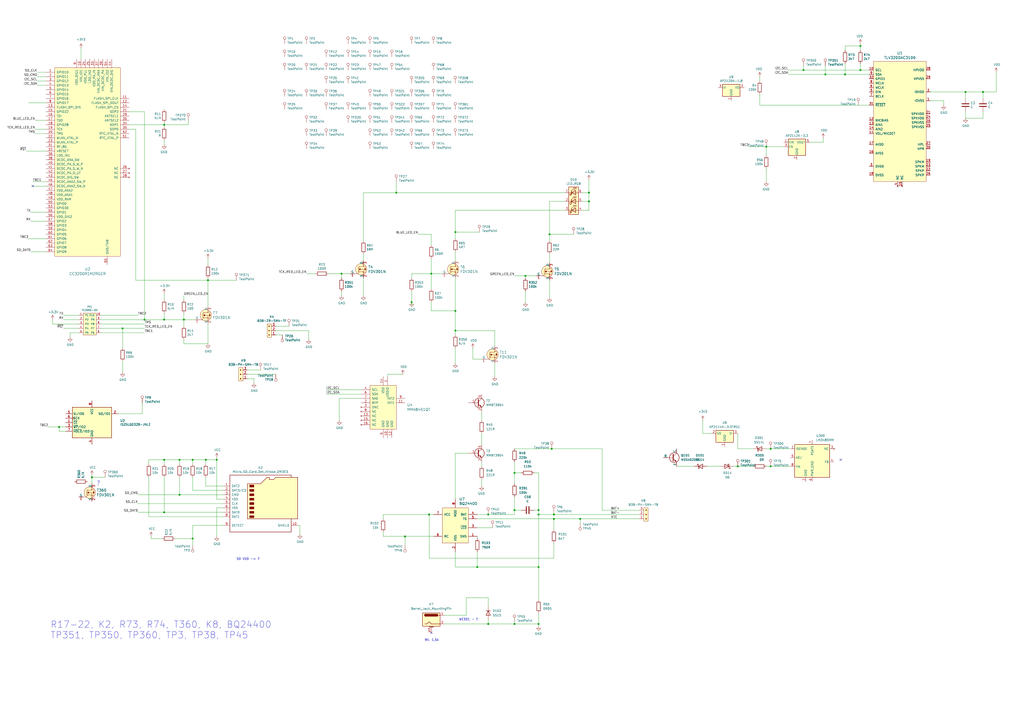
<source format=kicad_sch>
(kicad_sch (version 20231120) (generator "eeschema") (generator_version "8.0")
  (paper "A2")
  (junction (at 250.19 158.75))
  (junction (at 427.99 270.51))
  (junction (at 341.63 111.76))
  (junction (at 264.16 180.34))
  (junction (at 264.16 134.62))
  (junction (at 318.77 135.89))
  (junction (at 238.76 175.26))
  (junction (at 490.22 43.18))
  (junction (at 106.68 185.42))
  (junction (at 447.04 260.35))
  (junction (at 111.76 312.42))
  (junction (at 304.8 160.02))
  (junction (at 234.95 311.15))
  (junction (at 95.25 266.7))
  (junction (at 499.11 40.64))
  (junction (at 298.45 361.95))
  (junction (at 34.29 247.65))
  (junction (at 95.25 297.18))
  (junction (at 499.11 26.67))
  (junction (at 248.92 298.45))
  (junction (at 264.16 191.77))
  (junction (at 229.87 111.76))
  (junction (at 125.73 266.7))
  (junction (at 466.09 40.64))
  (junction (at 104.14 266.7))
  (junction (at 95.25 185.42))
  (junction (at 298.45 274.32))
  (junction (at 320.04 260.35))
  (junction (at 111.76 266.7))
  (junction (at 198.12 158.75))
  (junction (at 120.65 162.56))
  (junction (at 312.42 298.45))
  (junction (at 341.63 116.84))
  (junction (at 312.42 361.95))
  (junction (at 321.31 300.99))
  (junction (at 95.25 72.39))
  (junction (at 478.79 43.18))
  (junction (at 83.82 185.42))
  (junction (at 276.86 328.93))
  (junction (at 283.21 361.95))
  (junction (at 119.38 266.7))
  (junction (at 444.5 85.09))
  (junction (at 321.31 298.45))
  (junction (at 104.14 287.02))
  (junction (at 570.23 53.34))
  (junction (at 283.21 298.45))
  (junction (at 312.42 328.93))
  (junction (at 336.55 300.99))
  (junction (at 298.45 295.91))
  (junction (at 312.42 295.91))
  (junction (at 53.34 276.86))
  (junction (at 71.12 190.5))
  (junction (at 447.04 270.51))
  (junction (at 560.07 53.34))
  (no_connect (at 487.68 266.7))
  (no_connect (at 250.19 367.03))
  (no_connect (at 19.05 107.95))
  (wire (pts (xy 119.38 276.86) (xy 119.38 281.94)))
  (wire (pts (xy 250.19 167.64) (xy 250.19 158.75)))
  (wire (pts (xy 58.42 190.5) (xy 71.12 190.5)))
  (wire (pts (xy 298.45 267.97) (xy 298.45 274.32)))
  (wire (pts (xy 270.51 356.87) (xy 270.51 346.71)))
  (wire (pts (xy 16.51 59.69) (xy 26.67 59.69)))
  (wire (pts (xy 279.4 208.28) (xy 274.32 208.28)))
  (wire (pts (xy 444.5 97.79) (xy 444.5 105.41)))
  (wire (pts (xy 279.4 278.13) (xy 279.4 281.94)))
  (wire (pts (xy 321.31 307.34) (xy 321.31 300.99)))
  (wire (pts (xy 412.75 251.46) (xy 407.67 251.46)))
  (wire (pts (xy 234.95 311.15) (xy 234.95 316.23)))
  (wire (pts (xy 264.16 262.89) (xy 264.16 289.56)))
  (wire (pts (xy 298.45 361.95) (xy 312.42 361.95)))
  (wire (pts (xy 173.99 304.8) (xy 173.99 309.88)))
  (wire (pts (xy 311.15 160.02) (xy 304.8 160.02)))
  (wire (pts (xy 82.55 240.03) (xy 82.55 233.68)))
  (wire (pts (xy 125.73 289.56) (xy 125.73 266.7)))
  (wire (pts (xy 210.82 139.7) (xy 210.82 111.76)))
  (wire (pts (xy 276.86 300.99) (xy 321.31 300.99)))
  (wire (pts (xy 276.86 328.93) (xy 312.42 328.93)))
  (wire (pts (xy 15.24 87.63) (xy 26.67 87.63)))
  (wire (pts (xy 58.42 182.88) (xy 80.01 182.88)))
  (wire (pts (xy 111.76 304.8) (xy 111.76 312.42)))
  (wire (pts (xy 264.16 151.13) (xy 264.16 146.05)))
  (wire (pts (xy 332.74 135.89) (xy 318.77 135.89)))
  (wire (pts (xy 278.13 134.62) (xy 264.16 134.62)))
  (wire (pts (xy 229.87 111.76) (xy 327.66 111.76)))
  (wire (pts (xy 283.21 359.41) (xy 283.21 361.95)))
  (wire (pts (xy 26.67 74.93) (xy 20.32 74.93)))
  (wire (pts (xy 539.75 53.34) (xy 560.07 53.34)))
  (wire (pts (xy 447.04 260.35) (xy 458.47 260.35)))
  (wire (pts (xy 209.55 228.6) (xy 189.23 228.6)))
  (wire (pts (xy 196.85 231.14) (xy 196.85 243.84)))
  (wire (pts (xy 309.88 295.91) (xy 312.42 295.91)))
  (wire (pts (xy 279.4 238.76) (xy 279.4 243.84)))
  (wire (pts (xy 276.86 320.04) (xy 276.86 328.93)))
  (wire (pts (xy 120.65 153.67) (xy 120.65 149.86)))
  (wire (pts (xy 466.09 38.1) (xy 466.09 40.64)))
  (wire (pts (xy 160.02 194.31) (xy 163.83 194.31)))
  (wire (pts (xy 410.21 270.51) (xy 417.83 270.51)))
  (wire (pts (xy 147.32 222.25) (xy 147.32 219.71)))
  (wire (pts (xy 427.99 270.51) (xy 436.88 270.51)))
  (wire (pts (xy 104.14 287.02) (xy 129.54 287.02)))
  (wire (pts (xy 179.07 191.77) (xy 179.07 196.85)))
  (wire (pts (xy 111.76 266.7) (xy 111.76 269.24)))
  (wire (pts (xy 318.77 116.84) (xy 318.77 135.89)))
  (wire (pts (xy 58.42 193.04) (xy 83.82 193.04)))
  (wire (pts (xy 58.42 187.96) (xy 83.82 187.96)))
  (wire (pts (xy 341.63 104.14) (xy 341.63 111.76)))
  (wire (pts (xy 53.34 275.59) (xy 53.34 276.86)))
  (wire (pts (xy 312.42 328.93) (xy 312.42 347.98)))
  (wire (pts (xy 298.45 288.29) (xy 298.45 295.91)))
  (wire (pts (xy 95.25 72.39) (xy 95.25 73.66)))
  (wire (pts (xy 238.76 177.8) (xy 238.76 175.26)))
  (wire (pts (xy 349.25 260.35) (xy 320.04 260.35)))
  (wire (pts (xy 120.65 162.56) (xy 120.65 177.8)))
  (wire (pts (xy 312.42 361.95) (xy 312.42 363.22)))
  (wire (pts (xy 490.22 43.18) (xy 478.79 43.18)))
  (wire (pts (xy 125.73 266.7) (xy 125.73 265.43)))
  (wire (pts (xy 298.45 295.91) (xy 298.45 298.45)))
  (wire (pts (xy 248.92 323.85) (xy 321.31 323.85)))
  (wire (pts (xy 440.69 46.99) (xy 440.69 44.45)))
  (wire (pts (xy 111.76 316.23) (xy 111.76 312.42)))
  (wire (pts (xy 304.8 160.02) (xy 298.45 160.02)))
  (wire (pts (xy 444.5 260.35) (xy 447.04 260.35)))
  (wire (pts (xy 276.86 306.07) (xy 285.75 306.07)))
  (wire (pts (xy 425.45 270.51) (xy 427.99 270.51)))
  (wire (pts (xy 427.99 260.35) (xy 436.88 260.35)))
  (wire (pts (xy 26.67 77.47) (xy 20.32 77.47)))
  (wire (pts (xy 26.67 49.53) (xy 21.59 49.53)))
  (wire (pts (xy 209.55 226.06) (xy 189.23 226.06)))
  (wire (pts (xy 125.73 294.64) (xy 125.73 311.15)))
  (wire (pts (xy 34.29 247.65) (xy 27.94 247.65)))
  (wire (pts (xy 392.43 270.51) (xy 402.59 270.51)))
  (wire (pts (xy 547.37 58.42) (xy 539.75 58.42)))
  (wire (pts (xy 469.9 82.55) (xy 477.52 82.55)))
  (wire (pts (xy 78.74 74.93) (xy 78.74 162.56)))
  (wire (pts (xy 264.16 180.34) (xy 264.16 191.77)))
  (wire (pts (xy 106.68 196.85) (xy 106.68 199.39)))
  (wire (pts (xy 312.42 298.45) (xy 321.31 298.45)))
  (wire (pts (xy 257.81 356.87) (xy 270.51 356.87)))
  (wire (pts (xy 264.16 134.62) (xy 264.16 138.43)))
  (wire (pts (xy 198.12 168.91) (xy 198.12 171.45)))
  (wire (pts (xy 120.65 187.96) (xy 120.65 199.39)))
  (wire (pts (xy 570.23 68.58) (xy 570.23 64.77)))
  (wire (pts (xy 26.67 123.19) (xy 17.78 123.19)))
  (wire (pts (xy 222.25 300.99) (xy 222.25 298.45)))
  (wire (pts (xy 283.21 361.95) (xy 298.45 361.95)))
  (wire (pts (xy 279.4 251.46) (xy 279.4 257.81)))
  (wire (pts (xy 440.69 60.96) (xy 504.19 60.96)))
  (wire (pts (xy 95.25 266.7) (xy 86.36 266.7)))
  (wire (pts (xy 440.69 54.61) (xy 440.69 60.96)))
  (wire (pts (xy 444.5 85.09) (xy 434.34 85.09)))
  (wire (pts (xy 87.63 311.15) (xy 87.63 312.42)))
  (wire (pts (xy 106.68 185.42) (xy 106.68 181.61)))
  (wire (pts (xy 60.96 276.86) (xy 53.34 276.86)))
  (wire (pts (xy 256.54 158.75) (xy 250.19 158.75)))
  (wire (pts (xy 210.82 111.76) (xy 229.87 111.76)))
  (wire (pts (xy 83.82 64.77) (xy 74.93 64.77)))
  (wire (pts (xy 26.67 105.41) (xy 19.05 105.41)))
  (wire (pts (xy 302.26 274.32) (xy 298.45 274.32)))
  (wire (pts (xy 477.52 82.55) (xy 477.52 80.01)))
  (wire (pts (xy 318.77 135.89) (xy 318.77 139.7)))
  (wire (pts (xy 129.54 289.56) (xy 125.73 289.56)))
  (wire (pts (xy 104.14 287.02) (xy 80.01 287.02)))
  (wire (pts (xy 120.65 162.56) (xy 120.65 161.29)))
  (wire (pts (xy 257.81 361.95) (xy 283.21 361.95)))
  (wire (pts (xy 318.77 162.56) (xy 318.77 172.72)))
  (wire (pts (xy 198.12 161.29) (xy 198.12 158.75)))
  (wire (pts (xy 111.76 276.86) (xy 111.76 284.48)))
  (wire (pts (xy 283.21 346.71) (xy 283.21 351.79)))
  (wire (pts (xy 264.16 161.29) (xy 264.16 180.34)))
  (wire (pts (xy 222.25 311.15) (xy 222.25 308.61)))
  (wire (pts (xy 143.51 214.63) (xy 151.13 214.63)))
  (wire (pts (xy 198.12 158.75) (xy 190.5 158.75)))
  (wire (pts (xy 250.19 180.34) (xy 264.16 180.34)))
  (wire (pts (xy 444.5 270.51) (xy 447.04 270.51)))
  (wire (pts (xy 93.98 312.42) (xy 87.63 312.42)))
  (wire (pts (xy 95.25 181.61) (xy 95.25 185.42)))
  (wire (pts (xy 447.04 270.51) (xy 458.47 270.51)))
  (wire (pts (xy 129.54 284.48) (xy 111.76 284.48)))
  (wire (pts (xy 106.68 199.39) (xy 120.65 199.39)))
  (wire (pts (xy 270.51 346.71) (xy 283.21 346.71)))
  (wire (pts (xy 38.1 247.65) (xy 34.29 247.65)))
  (wire (pts (xy 499.11 40.64) (xy 466.09 40.64)))
  (wire (pts (xy 250.19 149.86) (xy 250.19 158.75)))
  (wire (pts (xy 304.8 175.26) (xy 304.8 168.91)))
  (wire (pts (xy 106.68 189.23) (xy 106.68 185.42)))
  (wire (pts (xy 95.25 185.42) (xy 106.68 185.42)))
  (wire (pts (xy 45.72 190.5) (xy 36.83 190.5)))
  (wire (pts (xy 106.68 173.99) (xy 106.68 171.45)))
  (wire (pts (xy 274.32 208.28) (xy 274.32 201.93)))
  (wire (pts (xy 224.79 217.17) (xy 224.79 218.44)))
  (wire (pts (xy 234.95 311.15) (xy 251.46 311.15)))
  (wire (pts (xy 129.54 294.64) (xy 125.73 294.64)))
  (wire (pts (xy 250.19 142.24) (xy 250.19 135.89)))
  (wire (pts (xy 560.07 53.34) (xy 560.07 57.15)))
  (wire (pts (xy 222.25 298.45) (xy 248.92 298.45)))
  (wire (pts (xy 341.63 111.76) (xy 341.63 116.84)))
  (wire (pts (xy 143.51 217.17) (xy 160.02 217.17)))
  (wire (pts (xy 478.79 38.1) (xy 478.79 43.18)))
  (wire (pts (xy 560.07 68.58) (xy 570.23 68.58)))
  (wire (pts (xy 298.45 360.68) (xy 298.45 361.95)))
  (wire (pts (xy 86.36 266.7) (xy 86.36 269.24)))
  (wire (pts (xy 318.77 116.84) (xy 327.66 116.84)))
  (wire (pts (xy 95.25 276.86) (xy 95.25 297.18)))
  (wire (pts (xy 58.42 185.42) (xy 83.82 185.42)))
  (wire (pts (xy 129.54 297.18) (xy 95.25 297.18)))
  (wire (pts (xy 233.68 217.17) (xy 224.79 217.17)))
  (wire (pts (xy 560.07 64.77) (xy 560.07 68.58)))
  (wire (pts (xy 276.86 298.45) (xy 283.21 298.45)))
  (wire (pts (xy 560.07 53.34) (xy 570.23 53.34)))
  (wire (pts (xy 83.82 64.77) (xy 83.82 185.42)))
  (wire (pts (xy 45.72 193.04) (xy 40.64 193.04)))
  (wire (pts (xy 298.45 298.45) (xy 283.21 298.45)))
  (wire (pts (xy 95.25 173.99) (xy 95.25 170.18)))
  (wire (pts (xy 106.68 185.42) (xy 113.03 185.42)))
  (wire (pts (xy 120.65 162.56) (xy 137.16 162.56)))
  (wire (pts (xy 129.54 281.94) (xy 119.38 281.94)))
  (wire (pts (xy 312.42 361.95) (xy 312.42 355.6)))
  (wire (pts (xy 238.76 168.91) (xy 238.76 175.26)))
  (wire (pts (xy 210.82 147.32) (xy 210.82 151.13)))
  (wire (pts (xy 45.72 182.88) (xy 36.83 182.88)))
  (wire (pts (xy 504.19 43.18) (xy 490.22 43.18)))
  (wire (pts (xy 26.67 128.27) (xy 17.78 128.27)))
  (wire (pts (xy 250.19 158.75) (xy 238.76 158.75)))
  (wire (pts (xy 46.99 27.94) (xy 46.99 34.29)))
  (wire (pts (xy 222.25 311.15) (xy 234.95 311.15)))
  (wire (pts (xy 504.19 40.64) (xy 499.11 40.64)))
  (wire (pts (xy 111.76 266.7) (xy 104.14 266.7)))
  (wire (pts (xy 71.12 215.9) (xy 71.12 209.55)))
  (wire (pts (xy 182.88 158.75) (xy 177.8 158.75)))
  (wire (pts (xy 336.55 300.99) (xy 336.55 303.53)))
  (wire (pts (xy 349.25 295.91) (xy 370.84 295.91)))
  (wire (pts (xy 160.02 189.23) (xy 167.64 189.23)))
  (wire (pts (xy 427.99 251.46) (xy 427.99 260.35)))
  (wire (pts (xy 198.12 158.75) (xy 203.2 158.75)))
  (wire (pts (xy 74.93 74.93) (xy 78.74 74.93)))
  (wire (pts (xy 119.38 266.7) (xy 111.76 266.7)))
  (wire (pts (xy 444.5 85.09) (xy 454.66 85.09)))
  (wire (pts (xy 86.36 276.86) (xy 86.36 299.72)))
  (wire (pts (xy 26.67 41.91) (xy 21.59 41.91)))
  (wire (pts (xy 466.09 40.64) (xy 457.2 40.64)))
  (wire (pts (xy 304.8 161.29) (xy 304.8 160.02)))
  (wire (pts (xy 271.78 262.89) (xy 264.16 262.89)))
  (wire (pts (xy 349.25 295.91) (xy 349.25 260.35)))
  (wire (pts (xy 129.54 292.1) (xy 80.01 292.1)))
  (wire (pts (xy 26.67 107.95) (xy 19.05 107.95)))
  (wire (pts (xy 279.4 267.97) (xy 279.4 270.51)))
  (wire (pts (xy 119.38 269.24) (xy 119.38 266.7)))
  (wire (pts (xy 312.42 274.32) (xy 309.88 274.32)))
  (wire (pts (xy 20.32 69.85) (xy 26.67 69.85)))
  (wire (pts (xy 95.25 297.18) (xy 80.01 297.18)))
  (wire (pts (xy 264.16 328.93) (xy 276.86 328.93)))
  (wire (pts (xy 547.37 60.96) (xy 547.37 58.42)))
  (wire (pts (xy 570.23 53.34) (xy 570.23 57.15)))
  (wire (pts (xy 287.02 210.82) (xy 287.02 218.44)))
  (wire (pts (xy 298.45 274.32) (xy 298.45 280.67)))
  (wire (pts (xy 109.22 72.39) (xy 109.22 69.85)))
  (wire (pts (xy 45.72 187.96) (xy 30.48 187.96)))
  (wire (pts (xy 337.82 116.84) (xy 341.63 116.84)))
  (wire (pts (xy 444.5 85.09) (xy 444.5 90.17)))
  (wire (pts (xy 264.16 191.77) (xy 264.16 194.31)))
  (wire (pts (xy 318.77 147.32) (xy 318.77 152.4)))
  (wire (pts (xy 172.72 304.8) (xy 173.99 304.8)))
  (wire (pts (xy 370.84 300.99) (xy 336.55 300.99)))
  (wire (pts (xy 298.45 260.35) (xy 320.04 260.35)))
  (wire (pts (xy 499.11 29.21) (xy 499.11 26.67)))
  (wire (pts (xy 238.76 158.75) (xy 238.76 161.29)))
  (wire (pts (xy 478.79 43.18) (xy 457.2 43.18)))
  (wire (pts (xy 242.57 135.89) (xy 250.19 135.89)))
  (wire (pts (xy 321.31 297.18) (xy 321.31 298.45)))
  (wire (pts (xy 264.16 201.93) (xy 264.16 210.82)))
  (wire (pts (xy 26.67 146.05) (xy 17.78 146.05)))
  (wire (pts (xy 341.63 116.84) (xy 341.63 121.92)))
  (wire (pts (xy 337.82 111.76) (xy 341.63 111.76)))
  (wire (pts (xy 143.51 219.71) (xy 147.32 219.71)))
  (wire (pts (xy 490.22 36.83) (xy 490.22 43.18)))
  (wire (pts (xy 570.23 53.34) (xy 577.85 53.34)))
  (wire (pts (xy 264.16 121.92) (xy 264.16 134.62)))
  (wire (pts (xy 210.82 161.29) (xy 210.82 171.45)))
  (wire (pts (xy 71.12 190.5) (xy 83.82 190.5)))
  (wire (pts (xy 104.14 266.7) (xy 104.14 269.24)))
  (wire (pts (xy 341.63 121.92) (xy 337.82 121.92)))
  (wire (pts (xy 95.25 266.7) (xy 95.25 269.24)))
  (wire (pts (xy 321.31 314.96) (xy 321.31 323.85)))
  (wire (pts (xy 34.29 250.19) (xy 34.29 247.65)))
  (wire (pts (xy 68.58 240.03) (xy 82.55 240.03)))
  (wire (pts (xy 499.11 26.67) (xy 499.11 25.4)))
  (wire (pts (xy 312.42 295.91) (xy 312.42 298.45)))
  (wire (pts (xy 577.85 53.34) (xy 577.85 41.91)))
  (wire (pts (xy 287.02 191.77) (xy 287.02 200.66)))
  (wire (pts (xy 95.25 71.12) (xy 95.25 72.39)))
  (wire (pts (xy 321.31 300.99) (xy 336.55 300.99)))
  (wire (pts (xy 490.22 29.21) (xy 490.22 26.67)))
  (wire (pts (xy 248.92 298.45) (xy 248.92 323.85)))
  (wire (pts (xy 312.42 298.45) (xy 312.42 328.93)))
  (wire (pts (xy 276.86 311.15) (xy 276.86 312.42)))
  (wire (pts (xy 26.67 138.43) (xy 16.51 138.43)))
  (wire (pts (xy 53.34 276.86) (xy 53.34 280.67)))
  (wire (pts (xy 109.22 72.39) (xy 95.25 72.39)))
  (wire (pts (xy 83.82 185.42) (xy 95.25 185.42)))
  (wire (pts (xy 251.46 298.45) (xy 248.92 298.45)))
  (wire (pts (xy 119.38 266.7) (xy 125.73 266.7)))
  (wire (pts (xy 490.22 26.67) (xy 499.11 26.67)))
  (wire (pts (xy 229.87 111.76) (xy 229.87 105.41)))
  (wire (pts (xy 250.19 175.26) (xy 250.19 180.34)))
  (wire (pts (xy 45.72 185.42) (xy 36.83 185.42)))
  (wire (pts (xy 78.74 162.56) (xy 120.65 162.56)))
  (wire (pts (xy 40.64 193.04) (xy 40.64 195.58)))
  (wire (pts (xy 499.11 36.83) (xy 499.11 40.64)))
  (wire (pts (xy 327.66 121.92) (xy 264.16 121.92)))
  (wire (pts (xy 264.16 328.93) (xy 264.16 320.04)))
  (wire (pts (xy 104.14 266.7) (xy 95.25 266.7)))
  (wire (pts (xy 298.45 295.91) (xy 302.26 295.91)))
  (wire (pts (xy 26.67 44.45) (xy 21.59 44.45)))
  (wire (pts (xy 74.93 72.39) (xy 95.25 72.39)))
  (wire (pts (xy 321.31 298.45) (xy 370.84 298.45)))
  (wire (pts (xy 407.67 251.46) (xy 407.67 243.84)))
  (wire (pts (xy 264.16 191.77) (xy 287.02 191.77)))
  (wire (pts (xy 101.6 312.42) (xy 111.76 312.42)))
  (wire (pts (xy 312.42 274.32) (xy 312.42 295.91)))
  (wire (pts (xy 209.55 231.14) (xy 196.85 231.14)))
  (wire (pts (xy 26.67 46.99) (xy 21.59 46.99)))
  (wire (pts (xy 129.54 299.72) (xy 86.36 299.72)))
  (wire (pts (xy 30.48 187.96) (xy 30.48 185.42)))
  (wire (pts (xy 104.14 276.86) (xy 104.14 287.02)))
  (wire (pts (xy 71.12 201.93) (xy 71.12 190.5)))
  (wire (pts (xy 38.1 250.19) (xy 34.29 250.19)))
  (wire (pts (xy 160.02 191.77) (xy 179.07 191.77)))
  (wire (pts (xy 95.25 81.28) (xy 95.25 83.82)))
  (wire (pts (xy 129.54 304.8) (xy 111.76 304.8)))
  (text "9V, 1.5A" (at 246.38 372.11 0) (effects (font (size 1.27 1.27)) (justify left bottom)))
  (text "SD VDD -> ?" (at 137.16 325.12 0) (effects (font (size 1.27 1.27)) (justify left bottom)))
  (text "R17-22, K2, R73, R74, T360, K8, BQ24400\nTP351, TP350, TP360, TP3, TP38, TP45" (at 29.21 370.84 0) (effects (font (size 3.81 3.81)) (justify left bottom)))
  (text "WE501 - ?" (at 271.78 359.41 0) (effects (font (size 1.27 1.27))))
  (text "?" (at 55.88 281.94 0) (effects (font (size 2.54 2.54)) (justify left bottom)))
  (label "TX" (at 17.78 123.19 180))
  (label "TBC1" (at 83.82 193.04 0))
  (label "TCK_RED_LED_EN" (at 177.8 158.75 180))
  (label "SD_CLK" (at 80.01 292.1 180))
  (label "TBC2" (at 27.94 247.65 180))
  (label "BLUE_LED_EN" (at 20.32 69.85 180))
  (label "I2C_SCL" (at 457.2 40.64 180))
  (label "NTC" (at 354.33 300.99 0))
  (label "I2C_SDA" (at 457.2 43.18 180))
  (label "TBC3" (at 434.34 85.09 180))
  (label "I2C_SCL" (at 189.23 226.06 0))
  (label "I2C_SCL" (at 21.59 46.99 180))
  (label "TMS" (at 20.32 77.47 180))
  (label "SD_DAT0" (at 80.01 297.18 180))
  (label "TMS" (at 83.82 187.96 0))
  (label "TX" (at 36.83 182.88 180))
  (label "BAT+" (at 359.41 295.91 180))
  (label "SD_DAT0" (at 17.78 146.05 180))
  (label "~{RST}" (at 36.83 190.5 180))
  (label "BAT-" (at 354.33 298.45 0))
  (label "BLUE_LED_EN" (at 242.57 135.89 180))
  (label "RX" (at 17.78 128.27 180))
  (label "GREEN_LED_EN" (at 298.45 160.02 180))
  (label "TCK_RED_LED_EN" (at 20.32 74.93 180))
  (label "SD_CLK" (at 21.59 41.91 180))
  (label "TBC2" (at 80.01 182.88 0))
  (label "I2C_SDA" (at 189.23 228.6 0))
  (label "TBC3" (at 16.51 138.43 180))
  (label "~{RST}" (at 15.24 87.63 180))
  (label "I2C_SDA" (at 21.59 49.53 180))
  (label "GREEN_LED_EN" (at 106.68 171.45 0))
  (label "SD_CMD" (at 80.01 287.02 180))
  (label "TBC1" (at 19.05 105.41 0))
  (label "RX" (at 36.83 185.42 180))
  (label "SD_CMD" (at 21.59 44.45 180))
  (label "TCK_RED_LED_EN" (at 83.82 190.5 0))
  (symbol (lib_id "Tag-Connect:TC2050-IDC") (at 52.07 187.96 0) (unit 1)
    (property "Reference" "P?1" (at 52.07 178.0032 0) (effects (font (size 1.016 1.016))))
    (property "Value" "TC2050-IDC" (at 52.07 179.9336 0) (effects (font (size 1.016 1.016))))
  )
  (symbol (lib_id "Device:LED_RGB") (at 332.74 116.84 0) (unit 1)
    (property "Reference" "D10" (at 332.74 104.2162 0))
    (property "Value" "LED_RGB" (at 332.74 106.5276 0))
  )
  (symbol (lib_id "Device:R") (at 210.82 143.51 0) (unit 1)
    (property "Reference" "R61" (at 212.598 142.3416 0) (effects (justify left)))
    (property "Value" "68R" (at 212.598 144.653 0) (effects (justify left)))
  )
  (symbol (lib_id "Device:R") (at 264.16 142.24 0) (unit 1)
    (property "Reference" "R65" (at 265.938 141.0716 0) (effects (justify left)))
    (property "Value" "4R7" (at 265.938 143.383 0) (effects (justify left)))
  )
  (symbol (lib_id "Device:R") (at 318.77 143.51 0) (unit 1)
    (property "Reference" "R62" (at 320.548 142.3416 0) (effects (justify left)))
    (property "Value" "22R" (at 320.548 144.653 0) (effects (justify left)))
  )
  (symbol (lib_id "power:GND") (at 120.65 199.39 0) (unit 1)
    (property "Reference" "#PWR06" (effects (hide yes)))
    (property "Value" "GND" (at 120.777 203.7842 0))
  )
  (symbol (lib_id "Device:R") (at 106.68 177.8 0) (unit 1)
    (property "Reference" "R?2" (at 108.458 176.6316 0) (effects (justify left)))
    (property "Value" "100" (at 108.458 178.943 0) (effects (justify left)))
  )
  (symbol (lib_id "Device:R") (at 120.65 157.48 0) (unit 1)
    (property "Reference" "R12" (at 122.428 156.3116 0) (effects (justify left)))
    (property "Value" "100k" (at 122.428 158.623 0) (effects (justify left)))
  )
  (symbol (lib_id "Device:R") (at 95.25 177.8 0) (unit 1)
    (property "Reference" "R10" (at 97.028 176.6316 0) (effects (justify left)))
    (property "Value" "N/A" (at 97.028 178.943 0) (effects (justify left)))
  )
  (symbol (lib_id "Device:R") (at 106.68 193.04 0) (unit 1)
    (property "Reference" "R14" (at 108.458 191.8716 0) (effects (justify left)))
    (property "Value" "2k7" (at 108.458 194.183 0) (effects (justify left)))
  )
  (symbol (lib_id "power:+3.3V") (at 120.65 149.86 0) (unit 1)
    (property "Reference" "#PWR05" (effects (hide yes)))
    (property "Value" "+3.3V" (at 121.031 145.4658 0))
  )
  (symbol (lib_id "power:+3.3V") (at 95.25 170.18 0) (unit 1)
    (property "Reference" "#PWR04" (effects (hide yes)))
    (property "Value" "+3.3V" (at 95.631 165.7858 0))
  )
  (symbol (lib_id "Connector:TestPoint") (at 137.16 162.56 0) (unit 1)
    (property "Reference" "TP371" (at 138.6332 159.5628 0) (effects (justify left)))
    (property "Value" "TestPoint" (at 138.6332 161.8742 0) (effects (justify left)))
  )
  (symbol (lib_id "Device:R") (at 95.25 77.47 0) (mirror y) (unit 1)
    (property "Reference" "R?1" (at 93.472 76.3016 0) (effects (justify left)))
    (property "Value" "R" (at 93.472 78.613 0) (effects (justify left)))
  )
  (symbol (lib_id "power:GND") (at 95.25 83.82 0) (mirror y) (unit 1)
    (property "Reference" "#PWR03" (effects (hide yes)))
    (property "Value" "GND" (at 95.123 88.2142 0))
  )
  (symbol (lib_id "Connector:TestPoint") (at 109.22 69.85 0) (mirror y) (unit 1)
    (property "Reference" "TP370" (at 107.7468 66.8528 0) (effects (justify left)))
    (property "Value" "TestPoint" (at 107.7468 69.1642 0) (effects (justify left)))
  )
  (symbol (lib_id "Device:R") (at 95.25 67.31 0) (mirror y) (unit 1)
    (property "Reference" "R11" (at 93.472 66.1416 0) (effects (justify left)))
    (property "Value" "N/A" (at 93.472 68.453 0) (effects (justify left)))
  )
  (symbol (lib_id "power:+3.3V") (at 30.48 185.42 0) (unit 1)
    (property "Reference" "#PWR01" (effects (hide yes)))
    (property "Value" "+3.3V" (at 30.861 181.0258 0))
  )
  (symbol (lib_id "power:GND") (at 40.64 195.58 0) (unit 1)
    (property "Reference" "#PWR02" (effects (hide yes)))
    (property "Value" "GND" (at 40.767 199.9742 0))
  )
  (symbol (lib_id "Connector:TestPoint") (at 165.1 25.4 0) (unit 1)
    (property "Reference" "TP1" (at 166.5732 22.4028 0) (effects (justify left)))
    (property "Value" "TestPoint" (at 166.5732 24.7142 0) (effects (justify left)))
  )
  (symbol (lib_id "Connector:TestPoint") (at 177.8 25.4 0) (unit 1)
    (property "Reference" "TP2" (at 179.2732 22.4028 0) (effects (justify left)))
    (property "Value" "TestPoint" (at 179.2732 24.7142 0) (effects (justify left)))
  )
  (symbol (lib_id "Connector:TestPoint") (at 111.76 316.23 180) (unit 1)
    (property "Reference" "TP3" (at 110.2868 319.2272 0) (effects (justify left)))
    (property "Value" "TestPoint" (at 110.2868 316.9158 0) (effects (justify left)))
  )
  (symbol (lib_id "Connector:TestPoint") (at 201.93 25.4 0) (unit 1)
    (property "Reference" "TP4" (at 203.4032 22.4028 0) (effects (justify left)))
    (property "Value" "TestPoint" (at 203.4032 24.7142 0) (effects (justify left)))
  )
  (symbol (lib_id "Connector:TestPoint") (at 214.63 25.4 0) (unit 1)
    (property "Reference" "TP5" (at 216.1032 22.4028 0) (effects (justify left)))
    (property "Value" "TestPoint" (at 216.1032 24.7142 0) (effects (justify left)))
  )
  (symbol (lib_id "Connector:TestPoint") (at 321.31 297.18 0) (unit 1)
    (property "Reference" "TP6" (at 322.7832 294.1828 0) (effects (justify left)))
    (property "Value" "TestPoint" (at 322.7832 296.4942 0) (effects (justify left)))
  )
  (symbol (lib_id "Connector:TestPoint") (at 238.76 25.4 0) (unit 1)
    (property "Reference" "TP7" (at 240.2332 22.4028 0) (effects (justify left)))
    (property "Value" "TestPoint" (at 240.2332 24.7142 0) (effects (justify left)))
  )
  (symbol (lib_id "Connector:TestPoint") (at 251.46 25.4 0) (unit 1)
    (property "Reference" "TP8" (at 252.9332 22.4028 0) (effects (justify left)))
    (property "Value" "TestPoint" (at 252.9332 24.7142 0) (effects (justify left)))
  )
  (symbol (lib_id "Connector:TestPoint") (at 82.55 233.68 0) (unit 1)
    (property "Reference" "TP9" (at 84.0232 230.6828 0) (effects (justify left)))
    (property "Value" "TestPoint" (at 84.0232 232.9942 0) (effects (justify left)))
  )
  (symbol (lib_id "Connector:TestPoint") (at 165.1 33.02 0) (unit 1)
    (property "Reference" "TP10" (at 166.5732 30.0228 0) (effects (justify left)))
    (property "Value" "TestPoint" (at 166.5732 32.3342 0) (effects (justify left)))
  )
  (symbol (lib_id "Connector:TestPoint") (at 285.75 306.07 0) (unit 1)
    (property "Reference" "TP11" (at 287.2232 303.0728 0) (effects (justify left)))
    (property "Value" "TestPoint" (at 287.2232 305.3842 0) (effects (justify left)))
  )
  (symbol (lib_id "Connector:TestPoint") (at 189.23 33.02 0) (unit 1)
    (property "Reference" "TP12" (at 190.7032 30.0228 0) (effects (justify left)))
    (property "Value" "TestPoint" (at 190.7032 32.3342 0) (effects (justify left)))
  )
  (symbol (lib_id "Connector:TestPoint") (at 201.93 33.02 0) (unit 1)
    (property "Reference" "TP14" (at 203.4032 30.0228 0) (effects (justify left)))
    (property "Value" "TestPoint" (at 203.4032 32.3342 0) (effects (justify left)))
  )
  (symbol (lib_id "Connector:TestPoint") (at 214.63 33.02 0) (unit 1)
    (property "Reference" "TP15" (at 216.1032 30.0228 0) (effects (justify left)))
    (property "Value" "TestPoint" (at 216.1032 32.3342 0) (effects (justify left)))
  )
  (symbol (lib_id "Connector:TestPoint") (at 227.33 33.02 0) (unit 1)
    (property "Reference" "TP16" (at 228.8032 30.0228 0) (effects (justify left)))
    (property "Value" "TestPoint" (at 228.8032 32.3342 0) (effects (justify left)))
  )
  (symbol (lib_id "Connector:TestPoint") (at 151.13 214.63 0) (unit 1)
    (property "Reference" "TP17" (at 152.6032 211.6328 0) (effects (justify left)))
    (property "Value" "TestPoint" (at 152.6032 213.9442 0) (effects (justify left)))
  )
  (symbol (lib_id "Connector:TestPoint") (at 160.02 217.17 180) (unit 1)
    (property "Reference" "TP18" (at 158.5468 220.1672 0) (effects (justify left)))
    (property "Value" "TestPoint" (at 158.5468 217.8558 0) (effects (justify left)))
  )
  (symbol (lib_id "Connector:TestPoint") (at 497.84 60.96 0) (mirror y) (unit 1)
    (property "Reference" "TP19" (at 496.3668 57.9628 0) (effects (justify left)))
    (property "Value" "TestPoint" (at 496.3668 60.2742 0) (effects (justify left)))
  )
  (symbol (lib_id "Connector:TestPoint") (at 165.1 40.64 0) (unit 1)
    (property "Reference" "TP20" (at 166.5732 37.6428 0) (effects (justify left)))
    (property "Value" "TestPoint" (at 166.5732 39.9542 0) (effects (justify left)))
  )
  (symbol (lib_id "Connector:TestPoint") (at 177.8 40.64 0) (unit 1)
    (property "Reference" "TP21" (at 179.2732 37.6428 0) (effects (justify left)))
    (property "Value" "TestPoint" (at 179.2732 39.9542 0) (effects (justify left)))
  )
  (symbol (lib_id "Connector:TestPoint") (at 189.23 40.64 0) (unit 1)
    (property "Reference" "TP22" (at 190.7032 37.6428 0) (effects (justify left)))
    (property "Value" "TestPoint" (at 190.7032 39.9542 0) (effects (justify left)))
  )
  (symbol (lib_id "Connector:TestPoint") (at 201.93 40.64 0) (unit 1)
    (property "Reference" "TP23" (at 203.4032 37.6428 0) (effects (justify left)))
    (property "Value" "TestPoint" (at 203.4032 39.9542 0) (effects (justify left)))
  )
  (symbol (lib_id "Connector:TestPoint") (at 214.63 40.64 0) (unit 1)
    (property "Reference" "TP47" (at 216.1032 37.6428 0) (effects (justify left)))
    (property "Value" "TestPoint" (at 216.1032 39.9542 0) (effects (justify left)))
  )
  (symbol (lib_id "Connector:TestPoint") (at 227.33 40.64 0) (unit 1)
    (property "Reference" "TP54" (at 228.8032 37.6428 0) (effects (justify left)))
    (property "Value" "TestPoint" (at 228.8032 39.9542 0) (effects (justify left)))
  )
  (symbol (lib_id "Connector:TestPoint") (at 478.79 38.1 0) (unit 1)
    (property "Reference" "TP351" (at 480.2632 35.1028 0) (effects (justify left)))
    (property "Value" "TestPoint" (at 480.2632 37.4142 0) (effects (justify left)))
  )
  (symbol (lib_id "Connector:TestPoint") (at 251.46 40.64 0) (unit 1)
    (property "Reference" "TP68" (at 252.9332 37.6428 0) (effects (justify left)))
    (property "Value" "TestPoint" (at 252.9332 39.9542 0) (effects (justify left)))
  )
  (symbol (lib_id "Connector:TestPoint") (at 447.04 270.51 0) (unit 1)
    (property "Reference" "TP75" (at 448.5132 267.5128 0) (effects (justify left)))
    (property "Value" "TestPoint" (at 448.5132 269.8242 0) (effects (justify left)))
  )
  (symbol (lib_id "Connector:TestPoint") (at 447.04 260.35 0) (unit 1)
    (property "Reference" "TP300" (at 448.5132 257.3528 0) (effects (justify left)))
    (property "Value" "TestPoint" (at 448.5132 259.6642 0) (effects (justify left)))
  )
  (symbol (lib_id "Connector:TestPoint") (at 278.13 134.62 0) (unit 1)
    (property "Reference" "TP29" (at 279.6032 131.6228 0) (effects (justify left)))
    (property "Value" "TestPoint" (at 279.6032 133.9342 0) (effects (justify left)))
  )
  (symbol (lib_id "Connector:TestPoint") (at 189.23 48.26 0) (unit 1)
    (property "Reference" "TP35" (at 190.7032 45.2628 0) (effects (justify left)))
    (property "Value" "TestPoint" (at 190.7032 47.5742 0) (effects (justify left)))
  )
  (symbol (lib_id "Connector:TestPoint") (at 201.93 48.26 0) (unit 1)
    (property "Reference" "TP41" (at 203.4032 45.2628 0) (effects (justify left)))
    (property "Value" "TestPoint" (at 203.4032 47.5742 0) (effects (justify left)))
  )
  (symbol (lib_id "Connector:TestPoint") (at 444.5 85.09 0) (mirror y) (unit 1)
    (property "Reference" "TP48" (at 443.0268 82.0928 0) (effects (justify left)))
    (property "Value" "TestPoint" (at 443.0268 84.4042 0) (effects (justify left)))
  )
  (symbol (lib_id "Connector:TestPoint") (at 298.45 360.68 0) (unit 1)
    (property "Reference" "TP55" (at 299.9232 357.6828 0) (effects (justify left)))
    (property "Value" "TestPoint" (at 299.9232 359.9942 0) (effects (justify left)))
  )
  (symbol (lib_id "Connector:TestPoint") (at 238.76 48.26 0) (unit 1)
    (property "Reference" "TP355" (at 240.2332 45.2628 0) (effects (justify left)))
    (property "Value" "TestPoint" (at 240.2332 47.5742 0) (effects (justify left)))
  )
  (symbol (lib_id "Connector:TestPoint") (at 251.46 48.26 0) (unit 1)
    (property "Reference" "TP69" (at 252.9332 45.2628 0) (effects (justify left)))
    (property "Value" "TestPoint" (at 252.9332 47.5742 0) (effects (justify left)))
  )
  (symbol (lib_id "Connector:TestPoint") (at 264.16 48.26 0) (unit 1)
    (property "Reference" "TP358" (at 265.6332 45.2628 0) (effects (justify left)))
    (property "Value" "TestPoint" (at 265.6332 47.5742 0) (effects (justify left)))
  )
  (symbol (lib_id "Connector:TestPoint") (at 165.1 55.88 0) (unit 1)
    (property "Reference" "TP24" (at 166.5732 52.8828 0) (effects (justify left)))
    (property "Value" "TestPoint" (at 166.5732 55.1942 0) (effects (justify left)))
  )
  (symbol (lib_id "Connector:TestPoint") (at 177.8 55.88 0) (unit 1)
    (property "Reference" "TP30" (at 179.2732 52.8828 0) (effects (justify left)))
    (property "Value" "TestPoint" (at 179.2732 55.1942 0) (effects (justify left)))
  )
  (symbol (lib_id "Connector:TestPoint") (at 189.23 55.88 0) (unit 1)
    (property "Reference" "TP36" (at 190.7032 52.8828 0) (effects (justify left)))
    (property "Value" "TestPoint" (at 190.7032 55.1942 0) (effects (justify left)))
  )
  (symbol (lib_id "Connector:TestPoint") (at 283.21 298.45 0) (unit 1)
    (property "Reference" "TP42" (at 284.6832 295.4528 0) (effects (justify left)))
    (property "Value" "TestPoint" (at 284.6832 297.7642 0) (effects (justify left)))
  )
  (symbol (lib_id "Connector:TestPoint") (at 214.63 55.88 0) (unit 1)
    (property "Reference" "TP49" (at 216.1032 52.8828 0) (effects (justify left)))
    (property "Value" "TestPoint" (at 216.1032 55.1942 0) (effects (justify left)))
  )
  (symbol (lib_id "Connector:TestPoint") (at 227.33 55.88 0) (unit 1)
    (property "Reference" "TP321" (at 228.8032 52.8828 0) (effects (justify left)))
    (property "Value" "TestPoint" (at 228.8032 55.1942 0) (effects (justify left)))
  )
  (symbol (lib_id "Connector:TestPoint") (at 238.76 55.88 0) (unit 1)
    (property "Reference" "TP356" (at 240.2332 52.8828 0) (effects (justify left)))
    (property "Value" "TestPoint" (at 240.2332 55.1942 0) (effects (justify left)))
  )
  (symbol (lib_id "Connector:TestPoint") (at 251.46 55.88 0) (unit 1)
    (property "Reference" "TP70" (at 252.9332 52.8828 0) (effects (justify left)))
    (property "Value" "TestPoint" (at 252.9332 55.1942 0) (effects (justify left)))
  )
  (symbol (lib_id "Connector:TestPoint") (at 60.96 276.86 0) (unit 1)
    (property "Reference" "TP360" (at 62.4332 273.8628 0) (effects (justify left)))
    (property "Value" "TestPoint" (at 62.4332 276.1742 0) (effects (justify left)))
  )
  (symbol (lib_id "Connector:TestPoint") (at 165.1 63.5 0) (unit 1)
    (property "Reference" "TP25" (at 166.5732 60.5028 0) (effects (justify left)))
    (property "Value" "TestPoint" (at 166.5732 62.8142 0) (effects (justify left)))
  )
  (symbol (lib_id "Connector:TestPoint") (at 167.64 189.23 0) (unit 1)
    (property "Reference" "TP31" (at 169.1132 186.2328 0) (effects (justify left)))
    (property "Value" "TestPoint" (at 169.1132 188.5442 0) (effects (justify left)))
  )
  (symbol (lib_id "Connector:TestPoint") (at 189.23 63.5 0) (unit 1)
    (property "Reference" "TP37" (at 190.7032 60.5028 0) (effects (justify left)))
    (property "Value" "TestPoint" (at 190.7032 62.8142 0) (effects (justify left)))
  )
  (symbol (lib_id "Connector:TestPoint") (at 201.93 63.5 0) (unit 1)
    (property "Reference" "TP43" (at 203.4032 60.5028 0) (effects (justify left)))
    (property "Value" "TestPoint" (at 203.4032 62.8142 0) (effects (justify left)))
  )
  (symbol (lib_id "Connector:TestPoint") (at 214.63 63.5 0) (unit 1)
    (property "Reference" "TP50" (at 216.1032 60.5028 0) (effects (justify left)))
    (property "Value" "TestPoint" (at 216.1032 62.8142 0) (effects (justify left)))
  )
  (symbol (lib_id "Connector:TestPoint") (at 227.33 63.5 0) (unit 1)
    (property "Reference" "TP322" (at 228.8032 60.5028 0) (effects (justify left)))
    (property "Value" "TestPoint" (at 228.8032 62.8142 0) (effects (justify left)))
  )
  (symbol (lib_id "Connector:TestPoint") (at 238.76 63.5 0) (unit 1)
    (property "Reference" "TP357" (at 240.2332 60.5028 0) (effects (justify left)))
    (property "Value" "TestPoint" (at 240.2332 62.8142 0) (effects (justify left)))
  )
  (symbol (lib_id "Connector:TestPoint") (at 251.46 63.5 0) (unit 1)
    (property "Reference" "TP71" (at 252.9332 60.5028 0) (effects (justify left)))
    (property "Value" "TestPoint" (at 252.9332 62.8142 0) (effects (justify left)))
  )
  (symbol (lib_id "Connector:TestPoint") (at 264.16 63.5 0) (unit 1)
    (property "Reference" "TP361" (at 265.6332 60.5028 0) (effects (justify left)))
    (property "Value" "TestPoint" (at 265.6332 62.8142 0) (effects (justify left)))
  )
  (symbol (lib_id "Connector:TestPoint") (at 163.83 194.31 180) (unit 1)
    (property "Reference" "TP26" (at 165.3032 194.9704 0) (effects (justify right)))
    (property "Value" "TestPoint" (at 165.3032 197.2818 0) (effects (justify right)))
  )
  (symbol (lib_id "Connector:TestPoint") (at 177.8 71.12 0) (unit 1)
    (property "Reference" "TP32" (at 179.2732 68.1228 0) (effects (justify left)))
    (property "Value" "TestPoint" (at 179.2732 70.4342 0) (effects (justify left)))
  )
  (symbol (lib_id "Connector:TestPoint") (at 320.04 260.35 0) (mirror y) (unit 1)
    (property "Reference" "TP38" (at 318.5668 257.3528 0) (effects (justify left)))
    (property "Value" "TestPoint" (at 318.5668 259.6642 0) (effects (justify left)))
  )
  (symbol (lib_id "Connector:TestPoint") (at 201.93 71.12 0) (unit 1)
    (property "Reference" "TP320" (at 203.4032 68.1228 0) (effects (justify left)))
    (property "Value" "TestPoint" (at 203.4032 70.4342 0) (effects (justify left)))
  )
  (symbol (lib_id "Connector:TestPoint") (at 214.63 71.12 0) (unit 1)
    (property "Reference" "TP51" (at 216.1032 68.1228 0) (effects (justify left)))
    (property "Value" "TestPoint" (at 216.1032 70.4342 0) (effects (justify left)))
  )
  (symbol (lib_id "Connector:TestPoint") (at 227.33 71.12 0) (unit 1)
    (property "Reference" "TP341" (at 228.8032 68.1228 0) (effects (justify left)))
    (property "Value" "TestPoint" (at 228.8032 70.4342 0) (effects (justify left)))
  )
  (symbol (lib_id "Connector:TestPoint") (at 238.76 71.12 0) (unit 1)
    (property "Reference" "TP65" (at 240.2332 68.1228 0) (effects (justify left)))
    (property "Value" "TestPoint" (at 240.2332 70.4342 0) (effects (justify left)))
  )
  (symbol (lib_id "Connector:TestPoint") (at 251.46 71.12 0) (unit 1)
    (property "Reference" "TP72" (at 252.9332 68.1228 0) (effects (justify left)))
    (property "Value" "TestPoint" (at 252.9332 70.4342 0) (effects (justify left)))
  )
  (symbol (lib_id "Connector:TestPoint") (at 264.16 71.12 0) (unit 1)
    (property "Reference" "TP372" (at 265.6332 68.1228 0) (effects (justify left)))
    (property "Value" "TestPoint" (at 265.6332 70.4342 0) (effects (justify left)))
  )
  (symbol (lib_id "Connector:TestPoint") (at 229.87 105.41 0) (unit 1)
    (property "Reference" "TP27" (at 231.3432 102.4128 0) (effects (justify left)))
    (property "Value" "TestPoint" (at 231.3432 104.7242 0) (effects (justify left)))
  )
  (symbol (lib_id "Connector:TestPoint") (at 177.8 78.74 0) (unit 1)
    (property "Reference" "TP33" (at 179.2732 75.7428 0) (effects (justify left)))
    (property "Value" "TestPoint" (at 179.2732 78.0542 0) (effects (justify left)))
  )
  (symbol (lib_id "Connector:TestPoint") (at 189.23 78.74 0) (unit 1)
    (property "Reference" "TP39" (at 190.7032 75.7428 0) (effects (justify left)))
    (property "Value" "TestPoint" (at 190.7032 78.0542 0) (effects (justify left)))
  )
  (symbol (lib_id "Connector:TestPoint") (at 336.55 303.53 0) (mirror x) (unit 1)
    (property "Reference" "TP45" (at 338.0232 306.5272 0) (effects (justify left)))
    (property "Value" "TestPoint" (at 338.0232 304.2158 0) (effects (justify left)))
  )
  (symbol (lib_id "Connector:TestPoint") (at 214.63 78.74 0) (unit 1)
    (property "Reference" "TP52" (at 216.1032 75.7428 0) (effects (justify left)))
    (property "Value" "TestPoint" (at 216.1032 78.0542 0) (effects (justify left)))
  )
  (symbol (lib_id "Connector:TestPoint") (at 227.33 78.74 0) (unit 1)
    (property "Reference" "TP342" (at 228.8032 75.7428 0) (effects (justify left)))
    (property "Value" "TestPoint" (at 228.8032 78.0542 0) (effects (justify left)))
  )
  (symbol (lib_id "Connector:TestPoint") (at 238.76 78.74 0) (unit 1)
    (property "Reference" "TP66" (at 240.2332 75.7428 0) (effects (justify left)))
    (property "Value" "TestPoint" (at 240.2332 78.0542 0) (effects (justify left)))
  )
  (symbol (lib_id "Connector:TestPoint") (at 251.46 78.74 0) (unit 1)
    (property "Reference" "TP73" (at 252.9332 75.7428 0) (effects (justify left)))
    (property "Value" "TestPoint" (at 252.9332 78.0542 0) (effects (justify left)))
  )
  (symbol (lib_id "Connector:TestPoint") (at 264.16 78.74 0) (unit 1)
    (property "Reference" "TP373" (at 265.6332 75.7428 0) (effects (justify left)))
    (property "Value" "TestPoint" (at 265.6332 78.0542 0) (effects (justify left)))
  )
  (symbol (lib_id "Connector:TestPoint") (at 332.74 135.89 0) (unit 1)
    (property "Reference" "TP28" (at 334.2132 132.8928 0) (effects (justify left)))
    (property "Value" "TestPoint" (at 334.2132 135.2042 0) (effects (justify left)))
  )
  (symbol (lib_id "Connector:TestPoint") (at 177.8 86.36 0) (unit 1)
    (property "Reference" "TP34" (at 179.2732 83.3628 0) (effects (justify left)))
    (property "Value" "TestPoint" (at 179.2732 85.6742 0) (effects (justify left)))
  )
  (symbol (lib_id "Connector:TestPoint") (at 427.99 270.51 0) (unit 1)
    (property "Reference" "TP301" (at 429.4632 267.5128 0) (effects (justify left)))
    (property "Value" "TestPoint" (at 429.4632 269.8242 0) (effects (justify left)))
  )
  (symbol (lib_id "Connector:TestPoint") (at 234.95 316.23 180) (unit 1)
    (property "Reference" "TP46" (at 233.4768 319.2272 0) (effects (justify left)))
    (property "Value" "TestPoint" (at 233.4768 316.9158 0) (effects (justify left)))
  )
  (symbol (lib_id "Connector:TestPoint") (at 214.63 86.36 0) (unit 1)
    (property "Reference" "TP53" (at 216.1032 83.3628 0) (effects (justify left)))
    (property "Value" "TestPoint" (at 216.1032 85.6742 0) (effects (justify left)))
  )
  (symbol (lib_id "Connector:TestPoint") (at 466.09 38.1 0) (unit 1)
    (property "Reference" "TP350" (at 467.5632 35.1028 0) (effects (justify left)))
    (property "Value" "TestPoint" (at 467.5632 37.4142 0) (effects (justify left)))
  )
  (symbol (lib_id "Connector:TestPoint") (at 238.76 86.36 0) (unit 1)
    (property "Reference" "TP67" (at 240.2332 83.3628 0) (effects (justify left)))
    (property "Value" "TestPoint" (at 240.2332 85.6742 0) (effects (justify left)))
  )
  (symbol (lib_id "Connector:TestPoint") (at 251.46 86.36 0) (unit 1)
    (property "Reference" "TP74" (at 252.9332 83.3628 0) (effects (justify left)))
    (property "Value" "TestPoint" (at 252.9332 85.6742 0) (effects (justify left)))
  )
  (symbol (lib_id "power:GND") (at 179.07 196.85 0) (unit 1)
    (property "Reference" "#PWR0108" (effects (hide yes)))
    (property "Value" "GND" (at 179.197 201.2442 0))
  )
  (symbol (lib_id "power:GND") (at 318.77 172.72 0) (unit 1)
    (property "Reference" "#PWR0101" (effects (hide yes)))
    (property "Value" "GND" (at 318.897 177.1142 0))
  )
  (symbol (lib_id "power:GND") (at 210.82 171.45 0) (unit 1)
    (property "Reference" "#PWR0102" (effects (hide yes)))
    (property "Value" "GND" (at 210.947 175.8442 0))
  )
  (symbol (lib_id "power:+3.3V") (at 341.63 104.14 0) (unit 1)
    (property "Reference" "#PWR0103" (effects (hide yes)))
    (property "Value" "+3.3V" (at 342.011 99.7458 0))
  )
  (symbol (lib_id "Device:R") (at 264.16 198.12 0) (unit 1)
    (property "Reference" "R350" (at 265.938 196.9516 0) (effects (justify left)))
    (property "Value" "N/A" (at 265.938 199.263 0) (effects (justify left)))
  )
  (symbol (lib_id "power:GND") (at 264.16 210.82 0) (unit 1)
    (property "Reference" "#PWR0104" (effects (hide yes)))
    (property "Value" "GND" (at 264.287 215.2142 0))
  )
  (symbol (lib_id "toniebox:IS25LQ032B-JNLE") (at 53.34 245.11 0) (unit 1)
    (property "Reference" "U3" (at 69.6976 243.9416 0) (effects (justify left)))
    (property "Value" "IS25LQ032B-JNLE" (at 69.6976 246.253 0) (effects (justify left)))
    (property "Footprint" "Package_SO:SOIC-8_3.9x4.9mm_P1.27mm" (effects (hide yes)))
    (property "Datasheet" "http://www.issi.com/WW/pdf/25LQ080B-016B-032B.pdf" (effects (hide yes)))
  )
  (symbol (lib_id "power:GND") (at 287.02 218.44 0) (unit 1)
    (property "Reference" "#PWR0105" (effects (hide yes)))
    (property "Value" "GND" (at 287.147 222.8342 0))
  )
  (symbol (lib_id "Device:R") (at 304.8 165.1 0) (unit 1)
    (property "Reference" "R352" (at 306.578 163.9316 0) (effects (justify left)))
    (property "Value" "100k" (at 306.578 166.243 0) (effects (justify left)))
  )
  (symbol (lib_id "power:GND") (at 304.8 175.26 0) (unit 1)
    (property "Reference" "#PWR0106" (effects (hide yes)))
    (property "Value" "GND" (at 304.927 179.6542 0))
  )
  (symbol (lib_id "power:GND") (at 147.32 222.25 0) (unit 1)
    (property "Reference" "#PWR0107" (effects (hide yes)))
    (property "Value" "GND" (at 147.447 226.6442 0))
  )
  (symbol (lib_id "Device:R") (at 250.19 146.05 180) (unit 1)
    (property "Reference" "R6" (at 251.968 144.8816 0) (effects (justify right)))
    (property "Value" "100R" (at 251.968 147.193 0) (effects (justify right)))
  )
  (symbol (lib_id "Device:R") (at 250.19 171.45 180) (unit 1)
    (property "Reference" "R37" (at 251.968 170.2816 0) (effects (justify right)))
    (property "Value" "100k" (at 251.968 172.593 0) (effects (justify right)))
  )
  (symbol (lib_id "Device:R") (at 186.69 158.75 270) (unit 1)
    (property "Reference" "R?3" (at 186.69 153.4922 90))
    (property "Value" "100R" (at 186.69 155.8036 90))
  )
  (symbol (lib_id "Regulator_Linear:AP2112K-3.3") (at 462.28 85.09 0) (unit 1)
    (property "Reference" "U8" (at 462.28 76.4032 0))
    (property "Value" "AP2112K-3.3" (at 462.28 78.7146 0))
    (property "Footprint" "Package_TO_SOT_SMD:SOT-23-5" (effects (hide yes)))
    (property "Datasheet" "https://www.diodes.com/assets/Datasheets/AP2112.pdf" (effects (hide yes)))
  )
  (symbol (lib_id "Device:R") (at 198.12 165.1 0) (unit 1)
    (property "Reference" "R351" (at 199.898 163.9316 0) (effects (justify left)))
    (property "Value" "100k" (at 199.898 166.243 0) (effects (justify left)))
  )
  (symbol (lib_id "power:GND") (at 198.12 171.45 0) (unit 1)
    (property "Reference" "#PWR0109" (effects (hide yes)))
    (property "Value" "GND" (at 198.247 175.8442 0))
  )
  (symbol (lib_id "Device:R") (at 238.76 165.1 0) (unit 1)
    (property "Reference" "R353" (at 240.538 163.9316 0) (effects (justify left)))
    (property "Value" "100k" (at 240.538 166.243 0) (effects (justify left)))
  )
  (symbol (lib_id "power:GND") (at 238.76 175.26 0) (unit 1)
    (property "Reference" "#PWR0110" (effects (hide yes)))
    (property "Value" "GND" (at 238.887 179.6542 0))
  )
  (symbol (lib_id "dk_Motion-Sensors-Accelerometers:MMA8451QT") (at 222.25 236.22 0) (unit 1)
    (property "Reference" "U4" (at 236.0676 234.8738 0) (effects (font (size 1.524 1.524)) (justify left)))
    (property "Value" "MMA8451QT" (at 236.0676 237.5662 0) (effects (font (size 1.524 1.524)) (justify left)))
    (property "Footprint" "digikey-footprints:VQFN-16_3x3mm" (effects (hide yes)))
    (property "Datasheet" "http://cache.freescale.com/files/sensors/doc/data_sheet/MMA8451Q.pdf" (effects (hide yes)))
    (property "Description" "ACCELEROMETER 2-8G I2C 16QFN" (effects (hide yes)))
    (property "Digi-Key_PN" "MMA8451QT-ND" (effects (hide yes)))
    (property "MPN" "MMA8451QT" (effects (hide yes)))
    (property "Category" "Sensors, Transducers" (effects (hide yes)))
    (property "Family" "Motion Sensors - Accelerometers" (effects (hide yes)))
    (property "DK_Datasheet_Link" "http://cache.freescale.com/files/sensors/doc/data_sheet/MMA8451Q.pdf" (effects (hide yes)))
    (property "DK_Detail_Page" "/product-detail/en/nxp-usa-inc/MMA8451QT/MMA8451QT-ND/2444755" (effects (hide yes)))
    (property "Manufacturer" "NXP USA Inc." (effects (hide yes)))
    (property "Status" "Active" (effects (hide yes)))
  )
  (symbol (lib_id "toniebox:AP2120N-1.8") (at 424.18 50.8 0) (unit 1)
    (property "Reference" "U9" (at 424.18 44.6532 0))
    (property "Value" "AP2120N-1.8" (at 424.18 46.9646 0))
    (property "Footprint" "Package_TO_SOT_SMD:SOT-23" (effects (hide yes)))
    (property "Datasheet" "https://www.diodes.com/assets/Datasheets/AP2120.pdf" (effects (hide yes)))
  )
  (symbol (lib_id "Device:R") (at 71.12 205.74 0) (unit 1)
    (property "Reference" "R66" (at 72.898 204.5716 0) (effects (justify left)))
    (property "Value" "100k" (at 72.898 206.883 0) (effects (justify left)))
  )
  (symbol (lib_id "toniebox:TLV320DAC3100") (at 521.97 38.1 0) (unit 1)
    (property "Reference" "U1" (at 521.97 30.8102 0) (effects (font (size 1.524 1.524))))
    (property "Value" "TLV320DAC3100" (at 521.97 33.5026 0) (effects (font (size 1.524 1.524))))
    (property "Footprint" "Package_DFN_QFN:Texas_S-PVQFN-N32_EP3.45x3.45mm" (effects (hide yes)))
    (property "Datasheet" "https://www.ti.com/lit/ds/symlink/tlv320dac3100.pdf" (effects (hide yes)))
  )
  (symbol (lib_id "power:GND") (at 71.12 215.9 0) (unit 1)
    (property "Reference" "#PWR0111" (effects (hide yes)))
    (property "Value" "GND" (at 71.247 220.2942 0))
  )
  (symbol (lib_id "power:VDD") (at 274.32 201.93 0) (unit 1)
    (property "Reference" "#PWR0112" (effects (hide yes)))
    (property "Value" "VDD" (at 274.7518 197.5358 0))
  )
  (symbol (lib_id "power:VDD") (at 233.68 217.17 0) (unit 1)
    (property "Reference" "#PWR0113" (effects (hide yes)))
    (property "Value" "VDD" (at 234.1118 212.7758 0))
  )
  (symbol (lib_id "power:VDD") (at 440.69 44.45 0) (mirror y) (unit 1)
    (property "Reference" "#PWR0114" (effects (hide yes)))
    (property "Value" "VDD" (at 440.2582 40.0558 0))
  )
  (symbol (lib_id "Device:R") (at 440.69 50.8 0) (mirror x) (unit 1)
    (property "Reference" "R4" (at 438.912 49.6316 0) (effects (justify right)))
    (property "Value" "100k" (at 438.912 51.943 0) (effects (justify right)))
  )
  (symbol (lib_id "dk_RF-Transceiver-ICs:CC3200R1M2RGCR") (at 46.99 80.01 0) (unit 1)
    (property "Reference" "U2" (at 50.8 156.1338 0) (effects (font (size 1.524 1.524))))
    (property "Value" "CC3200R1M2RGCR" (at 50.8 158.8262 0) (effects (font (size 1.524 1.524))))
    (property "Footprint" "digikey-footprints:VFQFN-64-1EP_9x9mm" (effects (hide yes)))
    (property "Datasheet" "http://www.ti.com/general/docs/suppproductinfo.tsp?distId=10&gotoUrl=http%3A%2F%2Fwww.ti.com%2Flit%2Fgpn%2Fcc3200" (effects (hide yes)))
    (property "Description" "IC RF TXRX+MCU WIFI 64VFQFN" (effects (hide yes)))
    (property "Digi-Key_PN" "296-38902-1-ND" (effects (hide yes)))
    (property "MPN" "CC3200R1M2RGCR" (effects (hide yes)))
    (property "Category" "RF/IF and RFID" (effects (hide yes)))
    (property "Family" "RF Transceiver ICs" (effects (hide yes)))
    (property "DK_Datasheet_Link" "http://www.ti.com/general/docs/suppproductinfo.tsp?distId=10&gotoUrl=http%3A%2F%2Fwww.ti.com%2Flit%2Fgpn%2Fcc3200" (effects (hide yes)))
    (property "DK_Detail_Page" "/product-detail/en/texas-instruments/CC3200R1M2RGCR/296-38902-1-ND/5143009" (effects (hide yes)))
    (property "Manufacturer" "Texas Instruments" (effects (hide yes)))
    (property "Status" "Active" (effects (hide yes)))
  )
  (symbol (lib_id "Device:R") (at 444.5 93.98 0) (mirror x) (unit 1)
    (property "Reference" "R56" (at 442.722 92.8116 0) (effects (justify right)))
    (property "Value" "100k" (at 442.722 95.123 0) (effects (justify right)))
  )
  (symbol (lib_id "power:GND") (at 444.5 105.41 0) (mirror y) (unit 1)
    (property "Reference" "#PWR0115" (effects (hide yes)))
    (property "Value" "GND" (at 444.373 109.8042 0))
  )
  (symbol (lib_id "power:VDD") (at 577.85 41.91 0) (unit 1)
    (property "Reference" "#PWR0116" (effects (hide yes)))
    (property "Value" "VDD" (at 578.2818 37.5158 0))
  )
  (symbol (lib_id "power:GND") (at 547.37 60.96 0) (unit 1)
    (property "Reference" "#PWR0117" (effects (hide yes)))
    (property "Value" "GND" (at 547.497 65.3542 0))
  )
  (symbol (lib_id "Device:C") (at 560.07 60.96 0) (unit 1)
    (property "Reference" "C3" (at 562.991 59.7916 0) (effects (justify left)))
    (property "Value" "C" (at 562.991 62.103 0) (effects (justify left)))
  )
  (symbol (lib_id "Device:C") (at 570.23 60.96 0) (unit 1)
    (property "Reference" "C4" (at 573.151 59.7916 0) (effects (justify left)))
    (property "Value" "C" (at 573.151 62.103 0) (effects (justify left)))
  )
  (symbol (lib_id "power:GND") (at 560.07 68.58 0) (unit 1)
    (property "Reference" "#PWR0118" (effects (hide yes)))
    (property "Value" "GND" (at 560.197 72.9742 0))
  )
  (symbol (lib_id "power:VDD") (at 477.52 80.01 0) (unit 1)
    (property "Reference" "#PWR0119" (effects (hide yes)))
    (property "Value" "VDD" (at 477.9518 75.6158 0))
  )
  (symbol (lib_id "dk_Transistors-FETs-MOSFETs-Single:FDV301N") (at 287.02 205.74 0) (unit 1)
    (property "Reference" "T11" (at 289.7632 204.3938 0) (effects (font (size 1.524 1.524)) (justify left)))
    (property "Value" "FDV301N" (at 289.7632 207.0862 0) (effects (font (size 1.524 1.524)) (justify left)))
    (property "Footprint" "digikey-footprints:SOT-23-3" (effects (hide yes)))
    (property "Datasheet" "https://www.onsemi.com/pub/Collateral/FDV301N-D.PDF" (effects (hide yes)))
    (property "Description" "MOSFET N-CH 25V 220MA SOT-23" (effects (hide yes)))
    (property "Digi-Key_PN" "FDV301NCT-ND" (effects (hide yes)))
    (property "MPN" "FDV301N" (effects (hide yes)))
    (property "Category" "Discrete Semiconductor Products" (effects (hide yes)))
    (property "Family" "Transistors - FETs, MOSFETs - Single" (effects (hide yes)))
    (property "DK_Datasheet_Link" "https://www.onsemi.com/pub/Collateral/FDV301N-D.PDF" (effects (hide yes)))
    (property "DK_Detail_Page" "/product-detail/en/on-semiconductor/FDV301N/FDV301NCT-ND/458954" (effects (hide yes)))
    (property "Manufacturer" "ON Semiconductor" (effects (hide yes)))
    (property "Status" "Active" (effects (hide yes)))
  )
  (symbol (lib_id "dk_Transistors-FETs-MOSFETs-Single:FDV301N") (at 318.77 157.48 0) (unit 1)
    (property "Reference" "T5" (at 321.5132 156.1338 0) (effects (font (size 1.524 1.524)) (justify left)))
    (property "Value" "FDV301N" (at 321.5132 158.8262 0) (effects (font (size 1.524 1.524)) (justify left)))
    (property "Footprint" "digikey-footprints:SOT-23-3" (effects (hide yes)))
    (property "Datasheet" "https://www.onsemi.com/pub/Collateral/FDV301N-D.PDF" (effects (hide yes)))
    (property "Description" "MOSFET N-CH 25V 220MA SOT-23" (effects (hide yes)))
    (property "Digi-Key_PN" "FDV301NCT-ND" (effects (hide yes)))
    (property "MPN" "FDV301N" (effects (hide yes)))
    (property "Category" "Discrete Semiconductor Products" (effects (hide yes)))
    (property "Family" "Transistors - FETs, MOSFETs - Single" (effects (hide yes)))
    (property "DK_Datasheet_Link" "https://www.onsemi.com/pub/Collateral/FDV301N-D.PDF" (effects (hide yes)))
    (property "DK_Detail_Page" "/product-detail/en/on-semiconductor/FDV301N/FDV301NCT-ND/458954" (effects (hide yes)))
    (property "Manufacturer" "ON Semiconductor" (effects (hide yes)))
    (property "Status" "Active" (effects (hide yes)))
  )
  (symbol (lib_id "dk_Transistors-FETs-MOSFETs-Single:FDV301N") (at 264.16 156.21 0) (unit 1)
    (property "Reference" "T6" (at 266.9032 154.8638 0) (effects (font (size 1.524 1.524)) (justify left)))
    (property "Value" "FDV301N" (at 266.9032 157.5562 0) (effects (font (size 1.524 1.524)) (justify left)))
    (property "Footprint" "digikey-footprints:SOT-23-3" (effects (hide yes)))
    (property "Datasheet" "https://www.onsemi.com/pub/Collateral/FDV301N-D.PDF" (effects (hide yes)))
    (property "Description" "MOSFET N-CH 25V 220MA SOT-23" (effects (hide yes)))
    (property "Digi-Key_PN" "FDV301NCT-ND" (effects (hide yes)))
    (property "MPN" "FDV301N" (effects (hide yes)))
    (property "Category" "Discrete Semiconductor Products" (effects (hide yes)))
    (property "Family" "Transistors - FETs, MOSFETs - Single" (effects (hide yes)))
    (property "DK_Datasheet_Link" "https://www.onsemi.com/pub/Collateral/FDV301N-D.PDF" (effects (hide yes)))
    (property "DK_Detail_Page" "/product-detail/en/on-semiconductor/FDV301N/FDV301NCT-ND/458954" (effects (hide yes)))
    (property "Manufacturer" "ON Semiconductor" (effects (hide yes)))
    (property "Status" "Active" (effects (hide yes)))
  )
  (symbol (lib_id "dk_Transistors-FETs-MOSFETs-Single:FDV301N") (at 210.82 156.21 0) (unit 1)
    (property "Reference" "T4" (at 213.5632 154.8638 0) (effects (font (size 1.524 1.524)) (justify left)))
    (property "Value" "FDV301N" (at 213.5632 157.5562 0) (effects (font (size 1.524 1.524)) (justify left)))
    (property "Footprint" "digikey-footprints:SOT-23-3" (effects (hide yes)))
    (property "Datasheet" "https://www.onsemi.com/pub/Collateral/FDV301N-D.PDF" (effects (hide yes)))
    (property "Description" "MOSFET N-CH 25V 220MA SOT-23" (effects (hide yes)))
    (property "Digi-Key_PN" "FDV301NCT-ND" (effects (hide yes)))
    (property "MPN" "FDV301N" (effects (hide yes)))
    (property "Category" "Discrete Semiconductor Products" (effects (hide yes)))
    (property "Family" "Transistors - FETs, MOSFETs - Single" (effects (hide yes)))
    (property "DK_Datasheet_Link" "https://www.onsemi.com/pub/Collateral/FDV301N-D.PDF" (effects (hide yes)))
    (property "DK_Detail_Page" "/product-detail/en/on-semiconductor/FDV301N/FDV301NCT-ND/458954" (effects (hide yes)))
    (property "Manufacturer" "ON Semiconductor" (effects (hide yes)))
    (property "Status" "Active" (effects (hide yes)))
  )
  (symbol (lib_id "dk_Transistors-FETs-MOSFETs-Single:FDV301N") (at 120.65 182.88 0) (unit 1)
    (property "Reference" "T7" (at 123.3932 181.5338 0) (effects (font (size 1.524 1.524)) (justify left)))
    (property "Value" "FDV301N" (at 123.3932 184.2262 0) (effects (font (size 1.524 1.524)) (justify left)))
    (property "Footprint" "digikey-footprints:SOT-23-3" (effects (hide yes)))
    (property "Datasheet" "https://www.onsemi.com/pub/Collateral/FDV301N-D.PDF" (effects (hide yes)))
    (property "Description" "MOSFET N-CH 25V 220MA SOT-23" (effects (hide yes)))
    (property "Digi-Key_PN" "FDV301NCT-ND" (effects (hide yes)))
    (property "MPN" "FDV301N" (effects (hide yes)))
    (property "Category" "Discrete Semiconductor Products" (effects (hide yes)))
    (property "Family" "Transistors - FETs, MOSFETs - Single" (effects (hide yes)))
    (property "DK_Datasheet_Link" "https://www.onsemi.com/pub/Collateral/FDV301N-D.PDF" (effects (hide yes)))
    (property "DK_Detail_Page" "/product-detail/en/on-semiconductor/FDV301N/FDV301NCT-ND/458954" (effects (hide yes)))
    (property "Manufacturer" "ON Semiconductor" (effects (hide yes)))
    (property "Status" "Active" (effects (hide yes)))
  )
  (symbol (lib_id "toniebox:Micro_SD_Card_Det_Hirose_DM3CS") (at 152.4 292.1 0) (unit 1)
    (property "Reference" "K2" (at 151.13 271.3482 0))
    (property "Value" "Micro_SD_Card_Det_Hirose_DM3CS" (at 151.13 273.6596 0))
    (property "Datasheet" "https://www.hirose.com/product/document?clcode=CL0609-0032-3-00&productname=DM3CS-SF&series=DM3&documenttype=Catalog&lang=en&documentid=D49662_en" (effects (hide yes)))
  )
  (symbol (lib_id "power:GND") (at 173.99 309.88 0) (unit 1)
    (property "Reference" "#PWR0121" (effects (hide yes)))
    (property "Value" "GND" (at 174.117 314.2742 0))
  )
  (symbol (lib_id "power:GND") (at 125.73 311.15 0) (unit 1)
    (property "Reference" "#PWR0125" (effects (hide yes)))
    (property "Value" "GND" (at 125.857 315.5442 0))
  )
  (symbol (lib_id "dk_Rectangular-Connectors-Headers-Male-Pins:B3B-PH-K-S_LF__SN_") (at 139.7 219.71 270) (mirror x) (unit 1)
    (property "Reference" "K9" (at 141.1732 209.169 90))
    (property "Value" "B3B-PH-SM4-TB" (at 141.1732 211.4804 90))
    (property "Footprint" "digikey-footprints:PinHeader_1x3_P2mm_Drill1mm" (effects (hide yes)))
    (property "Datasheet" "http://www.jst-mfg.com/product/pdf/eng/ePH.pdf" (effects (hide yes)))
    (property "Description" "CONN HEADER VERT 3POS 2MM" (effects (hide yes)))
    (property "Digi-Key_PN" "455-1705-ND" (effects (hide yes)))
    (property "MPN" "B3B-PH-K-S(LF)(SN)" (effects (hide yes)))
    (property "Category" "Connectors, Interconnects" (effects (hide yes)))
    (property "Family" "Rectangular Connectors - Headers, Male Pins" (effects (hide yes)))
    (property "DK_Datasheet_Link" "http://www.jst-mfg.com/product/pdf/eng/ePH.pdf" (effects (hide yes)))
    (property "DK_Detail_Page" "/product-detail/en/jst-sales-america-inc/B3B-PH-K-S(LF)(SN)/455-1705-ND/926612" (effects (hide yes)))
    (property "Manufacturer" "JST Sales America Inc." (effects (hide yes)))
    (property "Status" "Active" (effects (hide yes)))
  )
  (symbol (lib_id "dk_Rectangular-Connectors-Headers-Male-Pins:B3B-PH-K-S_LF__SN_") (at 374.65 300.99 90) (unit 1)
    (property "Reference" "K8" (at 373.1768 290.449 90))
    (property "Value" "B3B-PH-SM4-TB" (at 373.1768 292.7604 90))
    (property "Footprint" "digikey-footprints:PinHeader_1x3_P2mm_Drill1mm" (effects (hide yes)))
    (property "Datasheet" "http://www.jst-mfg.com/product/pdf/eng/ePH.pdf" (effects (hide yes)))
    (property "Description" "CONN HEADER VERT 3POS 2MM" (effects (hide yes)))
    (property "Digi-Key_PN" "455-1705-ND" (effects (hide yes)))
    (property "MPN" "B3B-PH-K-S(LF)(SN)" (effects (hide yes)))
    (property "Category" "Connectors, Interconnects" (effects (hide yes)))
    (property "Family" "Rectangular Connectors - Headers, Male Pins" (effects (hide yes)))
    (property "DK_Datasheet_Link" "http://www.jst-mfg.com/product/pdf/eng/ePH.pdf" (effects (hide yes)))
    (property "DK_Detail_Page" "/product-detail/en/jst-sales-america-inc/B3B-PH-K-S(LF)(SN)/455-1705-ND/926612" (effects (hide yes)))
    (property "Manufacturer" "JST Sales America Inc." (effects (hide yes)))
    (property "Status" "Active" (effects (hide yes)))
  )
  (symbol (lib_id "power:GND") (at 312.42 363.22 0) (mirror y) (unit 1)
    (property "Reference" "#PWR0122" (effects (hide yes)))
    (property "Value" "GND" (at 312.293 367.6142 0))
  )
  (symbol (lib_id "Device:R") (at 97.79 312.42 90) (unit 1)
    (property "Reference" "R22" (at 96.6216 310.642 0) (effects (justify left)))
    (property "Value" "N/A" (at 98.933 310.642 0) (effects (justify left)))
  )
  (symbol (lib_id "power:VCC") (at 87.63 311.15 0) (unit 1)
    (property "Reference" "#PWR0126" (effects (hide yes)))
    (property "Value" "VCC" (at 88.0618 306.7558 0))
  )
  (symbol (lib_id "power:VCC") (at 125.73 265.43 0) (unit 1)
    (property "Reference" "#PWR0123" (effects (hide yes)))
    (property "Value" "VCC" (at 126.1618 261.0358 0))
  )
  (symbol (lib_id "Device:R") (at 119.38 273.05 0) (unit 1)
    (property "Reference" "R17" (at 121.158 271.8816 0) (effects (justify left)))
    (property "Value" "10k" (at 121.158 274.193 0) (effects (justify left)))
  )
  (symbol (lib_id "Device:R") (at 111.76 273.05 0) (unit 1)
    (property "Reference" "R18" (at 113.538 271.8816 0) (effects (justify left)))
    (property "Value" "10k" (at 113.538 274.193 0) (effects (justify left)))
  )
  (symbol (lib_id "Device:R") (at 104.14 273.05 0) (unit 1)
    (property "Reference" "R19" (at 105.918 271.8816 0) (effects (justify left)))
    (property "Value" "10k" (at 105.918 274.193 0) (effects (justify left)))
  )
  (symbol (lib_id "Device:R") (at 95.25 273.05 0) (unit 1)
    (property "Reference" "R20" (at 97.028 271.8816 0) (effects (justify left)))
    (property "Value" "10k" (at 97.028 274.193 0) (effects (justify left)))
  )
  (symbol (lib_id "Device:R") (at 86.36 273.05 0) (unit 1)
    (property "Reference" "R21" (at 88.138 271.8816 0) (effects (justify left)))
    (property "Value" "10k" (at 88.138 274.193 0) (effects (justify left)))
  )
  (symbol (lib_id "dk_Rectangular-Connectors-Headers-Male-Pins:B3B-PH-K-S_LF__SN_") (at 156.21 194.31 270) (mirror x) (unit 1)
    (property "Reference" "K4" (at 157.6832 183.769 90))
    (property "Value" "B3B-ZR-SM4-TF" (at 157.6832 186.0804 90))
    (property "Footprint" "digikey-footprints:PinHeader_1x3_P2mm_Drill1mm" (effects (hide yes)))
    (property "Datasheet" "http://www.jst-mfg.com/product/pdf/eng/ePH.pdf" (effects (hide yes)))
    (property "Description" "CONN HEADER VERT 3POS 2MM" (effects (hide yes)))
    (property "Digi-Key_PN" "455-1705-ND" (effects (hide yes)))
    (property "MPN" "B3B-PH-K-S(LF)(SN)" (effects (hide yes)))
    (property "Category" "Connectors, Interconnects" (effects (hide yes)))
    (property "Family" "Rectangular Connectors - Headers, Male Pins" (effects (hide yes)))
    (property "DK_Datasheet_Link" "http://www.jst-mfg.com/product/pdf/eng/ePH.pdf" (effects (hide yes)))
    (property "DK_Detail_Page" "/product-detail/en/jst-sales-america-inc/B3B-PH-K-S(LF)(SN)/455-1705-ND/926612" (effects (hide yes)))
    (property "Manufacturer" "JST Sales America Inc." (effects (hide yes)))
    (property "Status" "Active" (effects (hide yes)))
  )
  (symbol (lib_id "Device:R") (at 499.11 33.02 0) (unit 1)
    (property "Reference" "R74" (at 500.888 31.8516 0) (effects (justify left)))
    (property "Value" "2k7" (at 500.888 34.163 0) (effects (justify left)))
  )
  (symbol (lib_id "Device:R") (at 490.22 33.02 0) (unit 1)
    (property "Reference" "R73" (at 491.998 31.8516 0) (effects (justify left)))
    (property "Value" "2k7" (at 491.998 34.163 0) (effects (justify left)))
  )
  (symbol (lib_id "power:VDD") (at 499.11 25.4 0) (mirror y) (unit 1)
    (property "Reference" "#PWR0127" (effects (hide yes)))
    (property "Value" "VDD" (at 498.6782 21.0058 0))
  )
  (symbol (lib_id "dk_Transistors-FETs-MOSFETs-Single:FDV301N") (at 53.34 285.75 0) (unit 1)
    (property "Reference" "T360" (at 56.0832 284.4038 0) (effects (font (size 1.524 1.524)) (justify left)))
    (property "Value" "FDV301N" (at 56.0832 287.0962 0) (effects (font (size 1.524 1.524)) (justify left)))
    (property "Footprint" "digikey-footprints:SOT-23-3" (effects (hide yes)))
    (property "Datasheet" "https://www.onsemi.com/pub/Collateral/FDV301N-D.PDF" (effects (hide yes)))
    (property "Description" "MOSFET N-CH 25V 220MA SOT-23" (effects (hide yes)))
    (property "Digi-Key_PN" "FDV301NCT-ND" (effects (hide yes)))
    (property "MPN" "FDV301N" (effects (hide yes)))
    (property "Category" "Discrete Semiconductor Products" (effects (hide yes)))
    (property "Family" "Transistors - FETs, MOSFETs - Single" (effects (hide yes)))
    (property "DK_Datasheet_Link" "https://www.onsemi.com/pub/Collateral/FDV301N-D.PDF" (effects (hide yes)))
    (property "DK_Detail_Page" "/product-detail/en/on-semiconductor/FDV301N/FDV301NCT-ND/458954" (effects (hide yes)))
    (property "Manufacturer" "ON Semiconductor" (effects (hide yes)))
    (property "Status" "Active" (effects (hide yes)))
  )
  (symbol (lib_id "power:VCC") (at 53.34 275.59 0) (unit 1)
    (property "Reference" "#PWR0124" (effects (hide yes)))
    (property "Value" "VCC" (at 53.7718 271.1958 0))
  )
  (symbol (lib_id "Device:R") (at 46.99 279.4 90) (unit 1)
    (property "Reference" "R360" (at 45.8216 277.622 0) (effects (justify left)))
    (property "Value" "N/A" (at 48.133 277.622 0) (effects (justify left)))
  )
  (symbol (lib_id "Transistor_BJT:MMBT3904") (at 276.86 233.68 0) (unit 1)
    (property "Reference" "T2" (at 281.94 232.41 0) (effects (justify left)))
    (property "Value" "MMBT3904" (at 281.94 234.95 0) (effects (justify left)))
    (property "Footprint" "Package_TO_SOT_SMD:SOT-23" (effects (hide yes)))
    (property "Datasheet" "https://www.onsemi.com/pdf/datasheet/pzt3904-d.pdf" (effects (hide yes)))
  )
  (symbol (lib_id "Device:R") (at 298.45 264.16 0) (unit 1)
    (property "Reference" "R49" (at 300.99 262.89 0) (effects (justify left)))
    (property "Value" "220k" (at 300.99 265.43 0) (effects (justify left)))
  )
  (symbol (lib_id "Regulator_Linear:AP1117-33") (at 420.37 251.46 0) (mirror y) (unit 1)
    (property "Reference" "U6" (at 420.37 245.11 0))
    (property "Value" "AP2114H-3.3TRG1" (at 420.37 247.65 0))
    (property "Footprint" "Package_TO_SOT_SMD:SOT-223-3_TabPin2" (effects (hide yes)))
    (property "Datasheet" "http://www.diodes.com/datasheets/AP1117.pdf" (effects (hide yes)))
  )
  (symbol (lib_id "Regulator_Controller:LM3478MM") (at 471.17 265.43 0) (unit 1)
    (property "Reference" "U300" (at 473.3641 252.73 0) (effects (justify left)))
    (property "Value" "LM3485MM" (at 473.3641 255.27 0) (effects (justify left)))
    (property "Footprint" "Package_SO:VSSOP-8_3.0x3.0mm_P0.65mm" (effects (hide yes)))
    (property "Datasheet" "https://www.ti.com/lit/gpn/lm3485" (effects (hide yes)))
  )
  (symbol (lib_id "power:+3V3") (at 407.67 243.84 0) (unit 1)
    (property "Reference" "#PWR09" (effects (hide yes)))
    (property "Value" "+3V3" (at 407.67 238.76 0))
  )
  (symbol (lib_id "Device:R") (at 276.86 316.23 0) (unit 1)
    (property "Reference" "R103" (at 279.4 314.9599 0) (effects (justify left)))
    (property "Value" "750R" (at 279.4 317.4999 0) (effects (justify left)))
  )
  (symbol (lib_id "power:GND") (at 196.85 243.84 0) (unit 1)
    (property "Reference" "#PWR0120" (effects (hide yes)))
    (property "Value" "GND" (at 196.977 248.2342 0))
  )
  (symbol (lib_id "Device:D_Schottky") (at 440.69 260.35 0) (unit 1)
    (property "Reference" "D301" (at 440.3725 254 0))
    (property "Value" "SS14L" (at 440.3725 256.54 0))
  )
  (symbol (lib_id "Device:C") (at 306.07 295.91 90) (unit 1)
    (property "Reference" "C58" (at 306.07 288.29 90))
    (property "Value" "C" (at 306.07 290.83 90))
  )
  (symbol (lib_id "Device:R") (at 321.31 311.15 0) (unit 1)
    (property "Reference" "R101" (at 323.85 309.88 0) (effects (justify left)))
    (property "Value" "6k7" (at 323.85 312.42 0) (effects (justify left)))
  )
  (symbol (lib_id "Device:R") (at 440.69 270.51 90) (unit 1)
    (property "Reference" "R305" (at 443.23 264.16 90) (effects (justify left)))
    (property "Value" "0R" (at 443.23 266.7 90) (effects (justify left)))
  )
  (symbol (lib_id "Device:R") (at 279.4 247.65 0) (unit 1)
    (property "Reference" "R45" (at 281.94 246.38 0) (effects (justify left)))
    (property "Value" "121R" (at 281.94 248.92 0) (effects (justify left)))
  )
  (symbol (lib_id "Transistor_BJT:MMBT3904") (at 276.86 262.89 0) (unit 1)
    (property "Reference" "T3" (at 281.94 261.62 0) (effects (justify left)))
    (property "Value" "MMBT3904" (at 281.94 264.16 0) (effects (justify left)))
    (property "Footprint" "Package_TO_SOT_SMD:SOT-23" (effects (hide yes)))
    (property "Datasheet" "https://www.onsemi.com/pdf/datasheet/pzt3904-d.pdf" (effects (hide yes)))
  )
  (symbol (lib_id "Device:R") (at 312.42 351.79 0) (unit 1)
    (property "Reference" "R55" (at 314.96 350.52 0) (effects (justify left)))
    (property "Value" "0R05" (at 314.96 353.06 0) (effects (justify left)))
  )
  (symbol (lib_id "Device:R") (at 298.45 284.48 0) (unit 1)
    (property "Reference" "R391" (at 300.99 283.21 0) (effects (justify left)))
    (property "Value" "100k" (at 300.99 285.75 0) (effects (justify left)))
  )
  (symbol (lib_id "Device:D_Schottky") (at 421.64 270.51 180) (unit 1)
    (property "Reference" "D6" (at 421.9575 276.86 0))
    (property "Value" "SS14" (at 421.9575 274.32 0))
    (property "Footprint" "Diode_SMD:D_SMA" (effects (hide yes)))
  )
  (symbol (lib_id "power:GND") (at 279.4 281.94 0) (mirror y) (unit 1)
    (property "Reference" "#PWR07" (effects (hide yes)))
    (property "Value" "GND" (at 279.273 286.3342 0))
  )
  (symbol (lib_id "Device:R") (at 222.25 304.8 0) (mirror y) (unit 1)
    (property "Reference" "R102" (at 219.71 303.53 0) (effects (justify left)))
    (property "Value" "10k" (at 219.71 306.07 0) (effects (justify left)))
  )
  (symbol (lib_id "power:+3V3") (at 46.99 27.94 0) (unit 1)
    (property "Reference" "#PWR08" (effects (hide yes)))
    (property "Value" "+3V3" (at 46.99 22.86 0))
  )
  (symbol (lib_id "Device:D_Schottky") (at 406.4 270.51 0) (unit 1)
    (property "Reference" "D101" (at 406.0825 264.16 0))
    (property "Value" "SS14" (at 406.0825 266.7 0))
    (property "Footprint" "Diode_SMD:D_SMA" (effects (hide yes)))
  )
  (symbol (lib_id "Device:R") (at 306.07 274.32 270) (unit 1)
    (property "Reference" "R53" (at 306.07 267.97 90))
    (property "Value" "110k" (at 306.07 270.51 90))
  )
  (symbol (lib_id "Device:R") (at 279.4 274.32 0) (unit 1)
    (property "Reference" "R48" (at 281.94 273.05 0) (effects (justify left)))
    (property "Value" "221R" (at 281.94 275.59 0) (effects (justify left)))
  )
  (symbol (lib_id "Simulation_SPICE:D") (at 283.21 355.6 270) (unit 1)
    (property "Reference" "D102" (at 285.75 354.3299 90) (effects (justify left)))
    (property "Value" "SS15" (at 285.75 356.8699 90) (effects (justify left)))
    (property "Datasheet" "https://ngspice.sourceforge.io/docs/ngspice-html-manual/manual.xhtml#cha_DIODEs" (effects (hide yes)))
    (property "Description" "Diode for simulation or PCB" (effects (hide yes)))
  )
  (symbol (lib_id "Simulation_SPICE:PNP") (at 389.89 265.43 0) (unit 1)
    (property "Reference" "Q101" (at 394.97 264.1599 0) (effects (justify left)))
    (property "Value" "NSS40200L" (at 394.97 266.6999 0) (effects (justify left)))
    (property "Datasheet" "https://ngspice.sourceforge.io/docs/ngspice-html-manual/manual.xhtml#cha_BJTs" (effects (hide yes)))
    (property "Description" "Bipolar transistor symbol for simulation only, substrate tied to the emitter" (effects (hide yes)))
    (property "Sim.Device" "PNP" (effects (hide yes)))
    (property "Sim.Type" "GUMMELPOON" (effects (hide yes)))
    (property "Sim.Pins" "1=C 2=B 3=E" (effects (hide yes)))
  )
  (symbol (lib_id "bq24400:BQ24400") (at 264.16 304.8 0) (unit 1)
    (property "Reference" "U7" (at 266.3541 289.56 0) (effects (font (size 1.524 1.524)) (justify left)))
    (property "Value" "BQ24400" (at 266.3541 292.1 0) (effects (font (size 1.524 1.524)) (justify left)))
    (property "Datasheet" "https://www.ti.com/lit/gpn/bq24400" (effects (hide yes)))
  )
  (symbol (lib_id "Connector:Barrel_Jack_MountingPin") (at 250.19 359.41 0) (unit 1)
    (property "Reference" "K7" (at 250.19 350.52 0))
    (property "Value" "Barrel_Jack_MountingPin" (at 250.19 353.06 0))
  )
)
</source>
